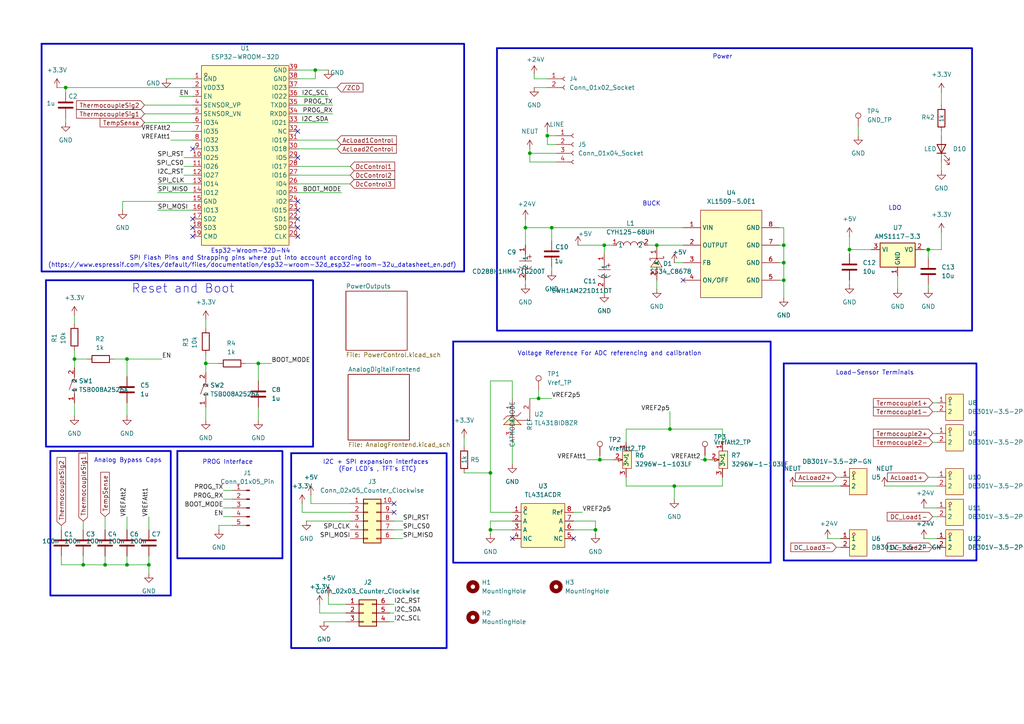
<source format=kicad_sch>
(kicad_sch (version 20250114) (generator "eeschema") (generator_version "9.0")
  (paper "A4")
  (rectangle (start 51.435 130.81) (end 81.915 161.925) (stroke (width 0.508)))
  (rectangle (start 144.145 13.97) (end 281.94 95.885) (stroke (width 0.508)))
  (rectangle (start 131.445 99.06) (end 223.52 163.195) (stroke (width 0.508)))
  (rectangle (start 13.335 81.28) (end 90.805 129.54) (stroke (width 0.508)))
  (rectangle (start 227.33 105.41) (end 283.21 162.56) (stroke (width 0.508)))
  (rectangle (start 84.455 131.445) (end 129.54 187.96) (stroke (width 0.508)))
  (rectangle (start 12.065 12.7) (end 134.62 78.74) (stroke (width 0.508)))
  (rectangle (start 14.605 130.81) (end 49.53 172.72) (stroke (width 0.508)))
  (text "Analog Bypass Caps" (at 37.084 133.604 0) (effects (font (size 1.27 1.27))))
  (text "Esp32-Wroom-32D-N4 \nSPI Flash Pins and Strapping pins where put into account according to \n(https://www.espressif.com/sites/default/files/documentation/esp32-wroom-32d_esp32-wroom-32u_datasheet_en.pdf)" (at 73.152 74.93 0) (effects (font (size 1.27 1.27))))
  (text "Power" (at 209.55 16.51 0) (effects (font (size 1.27 1.27))))
  (text "Voltage Reference For ADC referencing and calibration\n" (at 176.784 102.616 0) (effects (font (size 1.27 1.27))))
  (text "LDO" (at 259.588 60.452 0) (effects (font (size 1.27 1.27))))
  (text "Load-Sensor Terminals" (at 253.746 108.204 0) (effects (font (size 1.27 1.27))))
  (text "Reset and Boot" (at 53.086 83.82 0) (effects (font (size 2.54 2.54))))
  (text "BUCK\n" (at 188.976 59.182 0) (effects (font (size 1.27 1.27))))
  (text "I2C + SPI expansion interfaces \n(For LCD's , TFT's ETC)\n" (at 109.474 135.128 0) (effects (font (size 1.27 1.27))))
  (text "PROG Interface\n" (at 66.04 134.112 0) (effects (font (size 1.27 1.27))))
  (junction (at 204.47 133.35))
  (junction (at 30.48 163.83))
  (junction (at 43.18 163.83))
  (junction (at 246.38 72.39))
  (junction (at 152.4 66.04))
  (junction (at 156.21 115.57))
  (junction (at 227.33 76.2))
  (junction (at 24.13 163.83))
  (junction (at 19.05 25.4))
  (junction (at 227.33 81.28))
  (junction (at 269.24 72.39))
  (junction (at 227.33 71.12))
  (junction (at 190.5 71.12))
  (junction (at 36.83 163.83))
  (junction (at 175.26 71.12))
  (junction (at 195.58 140.97))
  (junction (at 142.24 137.16))
  (junction (at 21.59 104.14))
  (junction (at 91.44 20.32))
  (junction (at 59.69 105.41))
  (junction (at 74.93 105.41))
  (junction (at 153.67 44.45))
  (junction (at 36.83 104.14))
  (junction (at 158.75 39.37))
  (junction (at 142.24 153.67))
  (junction (at 173.99 133.35))
  (junction (at 172.72 153.67))
  (junction (at 160.02 66.04))
  (junction (at 194.31 124.46))
  (no_connect (at 114.3 146.05))
  (no_connect (at 86.36 38.1))
  (no_connect (at 86.36 66.04))
  (no_connect (at 148.59 156.21))
  (no_connect (at 198.12 81.28))
  (no_connect (at 55.88 68.58))
  (no_connect (at 55.88 66.04))
  (no_connect (at 55.88 63.5))
  (no_connect (at 86.36 63.5))
  (no_connect (at 55.88 43.18))
  (no_connect (at 86.36 68.58))
  (no_connect (at 166.37 156.21))
  (no_connect (at 86.36 58.42))
  (no_connect (at 86.36 45.72))
  (no_connect (at 114.3 148.59))
  (no_connect (at 86.36 60.96))
  (wire (pts (xy 86.36 33.02) (xy 96.52 33.02)))
  (wire (pts (xy 273.05 67.31) (xy 273.05 72.39)))
  (wire (pts (xy 260.35 80.01) (xy 260.35 83.82)))
  (wire (pts (xy 95.25 20.32) (xy 91.44 20.32)))
  (wire (pts (xy 158.75 41.91) (xy 161.29 41.91)))
  (wire (pts (xy 269.24 72.39) (xy 273.05 72.39)))
  (wire (pts (xy 55.88 22.86) (xy 48.26 22.86)))
  (wire (pts (xy 152.4 66.04) (xy 160.02 66.04)))
  (wire (pts (xy 148.59 151.13) (xy 142.24 151.13)))
  (wire (pts (xy 24.13 151.13) (xy 24.13 153.67)))
  (wire (pts (xy 63.5 153.67) (xy 63.5 152.4)))
  (wire (pts (xy 181.61 138.43) (xy 181.61 140.97)))
  (wire (pts (xy 152.4 66.04) (xy 152.4 71.12)))
  (wire (pts (xy 148.59 110.49) (xy 148.59 115.57)))
  (wire (pts (xy 142.24 137.16) (xy 142.24 110.49)))
  (wire (pts (xy 24.13 161.29) (xy 24.13 163.83)))
  (wire (pts (xy 226.06 76.2) (xy 227.33 76.2)))
  (wire (pts (xy 30.48 163.83) (xy 36.83 163.83)))
  (wire (pts (xy 160.02 66.04) (xy 198.12 66.04)))
  (wire (pts (xy 246.38 68.58) (xy 246.38 72.39)))
  (wire (pts (xy 59.69 105.41) (xy 63.5 105.41)))
  (wire (pts (xy 86.36 25.4) (xy 97.79 25.4)))
  (wire (pts (xy 204.47 133.35) (xy 205.74 133.35)))
  (wire (pts (xy 242.57 138.43) (xy 243.84 138.43)))
  (wire (pts (xy 170.18 133.35) (xy 173.99 133.35)))
  (wire (pts (xy 270.51 158.75) (xy 271.78 158.75)))
  (wire (pts (xy 209.55 124.46) (xy 209.55 128.27)))
  (wire (pts (xy 41.91 33.02) (xy 55.88 33.02)))
  (wire (pts (xy 114.3 153.67) (xy 116.84 153.67)))
  (wire (pts (xy 209.55 140.97) (xy 209.55 138.43)))
  (wire (pts (xy 273.05 46.99) (xy 273.05 49.53)))
  (wire (pts (xy 43.18 163.83) (xy 43.18 166.37)))
  (wire (pts (xy 195.58 76.2) (xy 198.12 76.2)))
  (wire (pts (xy 52.07 27.94) (xy 55.88 27.94)))
  (wire (pts (xy 113.03 180.34) (xy 114.3 180.34)))
  (wire (pts (xy 190.5 71.12) (xy 198.12 71.12)))
  (wire (pts (xy 64.77 142.24) (xy 67.31 142.24)))
  (wire (pts (xy 166.37 148.59) (xy 168.91 148.59)))
  (wire (pts (xy 227.33 86.36) (xy 227.33 81.28)))
  (wire (pts (xy 240.03 156.21) (xy 243.84 156.21)))
  (wire (pts (xy 64.77 147.32) (xy 67.31 147.32)))
  (wire (pts (xy 142.24 154.94) (xy 142.24 153.67)))
  (wire (pts (xy 194.31 124.46) (xy 209.55 124.46)))
  (wire (pts (xy 86.36 30.48) (xy 96.52 30.48)))
  (wire (pts (xy 134.62 127) (xy 134.62 129.54)))
  (wire (pts (xy 114.3 156.21) (xy 116.84 156.21)))
  (wire (pts (xy 134.62 137.16) (xy 142.24 137.16)))
  (wire (pts (xy 19.05 26.67) (xy 19.05 25.4)))
  (wire (pts (xy 95.25 175.26) (xy 100.33 175.26)))
  (wire (pts (xy 267.97 156.21) (xy 271.78 156.21)))
  (wire (pts (xy 242.57 158.75) (xy 243.84 158.75)))
  (wire (pts (xy 227.33 66.04) (xy 226.06 66.04)))
  (wire (pts (xy 45.72 55.88) (xy 55.88 55.88)))
  (wire (pts (xy 154.94 22.86) (xy 158.75 22.86)))
  (wire (pts (xy 86.36 55.88) (xy 99.06 55.88)))
  (wire (pts (xy 172.72 151.13) (xy 166.37 151.13)))
  (wire (pts (xy 227.33 71.12) (xy 227.33 66.04)))
  (wire (pts (xy 45.72 60.96) (xy 55.88 60.96)))
  (wire (pts (xy 19.05 25.4) (xy 55.88 25.4)))
  (wire (pts (xy 172.72 153.67) (xy 172.72 151.13)))
  (wire (pts (xy 114.3 151.13) (xy 116.84 151.13)))
  (wire (pts (xy 36.83 116.84) (xy 36.83 120.65)))
  (wire (pts (xy 148.59 128.27) (xy 148.59 134.62)))
  (wire (pts (xy 158.75 39.37) (xy 158.75 41.91)))
  (wire (pts (xy 92.71 177.8) (xy 100.33 177.8)))
  (wire (pts (xy 59.69 118.11) (xy 59.69 121.92)))
  (wire (pts (xy 86.36 43.18) (xy 97.79 43.18)))
  (wire (pts (xy 226.06 81.28) (xy 227.33 81.28)))
  (wire (pts (xy 86.36 27.94) (xy 95.25 27.94)))
  (wire (pts (xy 166.37 153.67) (xy 172.72 153.67)))
  (wire (pts (xy 59.69 105.41) (xy 59.69 107.95)))
  (wire (pts (xy 181.61 124.46) (xy 194.31 124.46)))
  (wire (pts (xy 49.53 40.64) (xy 55.88 40.64)))
  (wire (pts (xy 41.91 35.56) (xy 55.88 35.56)))
  (wire (pts (xy 45.72 53.34) (xy 55.88 53.34)))
  (wire (pts (xy 63.5 152.4) (xy 67.31 152.4)))
  (wire (pts (xy 160.02 77.47) (xy 160.02 78.74)))
  (wire (pts (xy 270.51 128.27) (xy 271.78 128.27)))
  (wire (pts (xy 269.24 82.55) (xy 269.24 83.82)))
  (wire (pts (xy 86.36 20.32) (xy 91.44 20.32)))
  (wire (pts (xy 36.83 104.14) (xy 46.99 104.14)))
  (wire (pts (xy 175.26 71.12) (xy 177.8 71.12)))
  (wire (pts (xy 181.61 128.27) (xy 181.61 124.46)))
  (wire (pts (xy 87.63 148.59) (xy 101.6 148.59)))
  (wire (pts (xy 21.59 116.84) (xy 21.59 120.65)))
  (wire (pts (xy 55.88 58.42) (xy 35.56 58.42)))
  (wire (pts (xy 91.44 20.32) (xy 91.44 22.86)))
  (wire (pts (xy 273.05 26.67) (xy 273.05 30.48)))
  (wire (pts (xy 156.21 113.03) (xy 156.21 115.57)))
  (wire (pts (xy 153.67 115.57) (xy 156.21 115.57)))
  (wire (pts (xy 203.2 133.35) (xy 204.47 133.35)))
  (wire (pts (xy 173.99 133.35) (xy 177.8 133.35)))
  (wire (pts (xy 53.34 48.26) (xy 55.88 48.26)))
  (wire (pts (xy 36.83 104.14) (xy 36.83 109.22)))
  (wire (pts (xy 226.06 71.12) (xy 227.33 71.12)))
  (wire (pts (xy 17.78 163.83) (xy 24.13 163.83)))
  (wire (pts (xy 90.17 143.51) (xy 90.17 146.05)))
  (wire (pts (xy 187.96 71.12) (xy 190.5 71.12)))
  (wire (pts (xy 153.67 43.18) (xy 153.67 44.45)))
  (wire (pts (xy 273.05 38.1) (xy 273.05 39.37)))
  (wire (pts (xy 36.83 149.86) (xy 36.83 153.67)))
  (wire (pts (xy 95.25 172.72) (xy 95.25 175.26)))
  (wire (pts (xy 53.34 45.72) (xy 55.88 45.72)))
  (wire (pts (xy 21.59 104.14) (xy 21.59 106.68)))
  (wire (pts (xy 194.31 119.38) (xy 194.31 124.46)))
  (wire (pts (xy 267.97 147.32) (xy 271.78 147.32)))
  (wire (pts (xy 113.03 175.26) (xy 114.3 175.26)))
  (wire (pts (xy 24.13 163.83) (xy 30.48 163.83)))
  (wire (pts (xy 36.83 161.29) (xy 36.83 163.83)))
  (wire (pts (xy 195.58 140.97) (xy 209.55 140.97)))
  (wire (pts (xy 269.24 74.93) (xy 269.24 72.39)))
  (wire (pts (xy 248.92 36.83) (xy 248.92 39.37)))
  (wire (pts (xy 49.53 38.1) (xy 55.88 38.1)))
  (wire (pts (xy 181.61 140.97) (xy 195.58 140.97)))
  (wire (pts (xy 74.93 105.41) (xy 78.74 105.41)))
  (wire (pts (xy 113.03 177.8) (xy 114.3 177.8)))
  (wire (pts (xy 86.36 50.8) (xy 101.6 50.8)))
  (wire (pts (xy 190.5 81.28) (xy 190.5 83.82)))
  (wire (pts (xy 59.69 102.87) (xy 59.69 105.41)))
  (wire (pts (xy 43.18 149.86) (xy 43.18 153.67)))
  (wire (pts (xy 195.58 144.78) (xy 195.58 140.97)))
  (wire (pts (xy 246.38 81.28) (xy 246.38 82.55)))
  (wire (pts (xy 16.51 25.4) (xy 19.05 25.4)))
  (wire (pts (xy 154.94 25.4) (xy 158.75 25.4)))
  (wire (pts (xy 152.4 63.5) (xy 152.4 66.04)))
  (wire (pts (xy 17.78 161.29) (xy 17.78 163.83)))
  (wire (pts (xy 227.33 81.28) (xy 227.33 76.2)))
  (wire (pts (xy 269.24 138.43) (xy 271.78 138.43)))
  (wire (pts (xy 167.64 71.12) (xy 175.26 71.12)))
  (wire (pts (xy 86.36 40.64) (xy 97.79 40.64)))
  (wire (pts (xy 270.51 116.84) (xy 271.78 116.84)))
  (wire (pts (xy 256.54 140.97) (xy 271.78 140.97)))
  (wire (pts (xy 74.93 118.11) (xy 74.93 121.92)))
  (wire (pts (xy 142.24 151.13) (xy 142.24 153.67)))
  (wire (pts (xy 142.24 110.49) (xy 148.59 110.49)))
  (wire (pts (xy 160.02 66.04) (xy 160.02 69.85)))
  (wire (pts (xy 158.75 38.1) (xy 158.75 39.37)))
  (wire (pts (xy 152.4 81.28) (xy 152.4 82.55)))
  (wire (pts (xy 87.63 146.05) (xy 87.63 148.59)))
  (wire (pts (xy 86.36 35.56) (xy 95.25 35.56)))
  (wire (pts (xy 88.9 151.13) (xy 101.6 151.13)))
  (wire (pts (xy 204.47 133.35) (xy 204.47 132.08)))
  (wire (pts (xy 154.94 21.59) (xy 154.94 22.86)))
  (wire (pts (xy 43.18 163.83) (xy 43.18 161.29)))
  (wire (pts (xy 21.59 101.6) (xy 21.59 104.14)))
  (wire (pts (xy 270.51 149.86) (xy 271.78 149.86)))
  (wire (pts (xy 86.36 48.26) (xy 101.6 48.26)))
  (wire (pts (xy 64.77 144.78) (xy 67.31 144.78)))
  (wire (pts (xy 142.24 148.59) (xy 148.59 148.59)))
  (wire (pts (xy 64.77 149.86) (xy 67.31 149.86)))
  (wire (pts (xy 71.12 105.41) (xy 74.93 105.41)))
  (wire (pts (xy 33.02 104.14) (xy 36.83 104.14)))
  (wire (pts (xy 19.05 34.29) (xy 19.05 35.56)))
  (wire (pts (xy 17.78 152.4) (xy 17.78 153.67)))
  (wire (pts (xy 153.67 44.45) (xy 153.67 46.99)))
  (wire (pts (xy 269.24 72.39) (xy 267.97 72.39)))
  (wire (pts (xy 30.48 149.86) (xy 30.48 153.67)))
  (wire (pts (xy 246.38 72.39) (xy 246.38 73.66)))
  (wire (pts (xy 156.21 115.57) (xy 160.02 115.57)))
  (wire (pts (xy 142.24 137.16) (xy 142.24 148.59)))
  (wire (pts (xy 74.93 105.41) (xy 74.93 110.49)))
  (wire (pts (xy 91.44 22.86) (xy 86.36 22.86)))
  (wire (pts (xy 227.33 76.2) (xy 227.33 71.12)))
  (wire (pts (xy 93.98 180.34) (xy 100.33 180.34)))
  (wire (pts (xy 35.56 58.42) (xy 35.56 60.96)))
  (wire (pts (xy 270.51 119.38) (xy 271.78 119.38)))
  (wire (pts (xy 158.75 39.37) (xy 161.29 39.37)))
  (wire (pts (xy 53.34 50.8) (xy 55.88 50.8)))
  (wire (pts (xy 172.72 154.94) (xy 172.72 153.67)))
  (wire (pts (xy 175.26 71.12) (xy 175.26 73.66)))
  (wire (pts (xy 153.67 46.99) (xy 161.29 46.99)))
  (wire (pts (xy 90.17 146.05) (xy 101.6 146.05)))
  (wire (pts (xy 153.67 44.45) (xy 161.29 44.45)))
  (wire (pts (xy 86.36 53.34) (xy 101.6 53.34)))
  (wire (pts (xy 173.99 132.08) (xy 173.99 133.35)))
  (wire (pts (xy 21.59 91.44) (xy 21.59 93.98)))
  (wire (pts (xy 21.59 104.14) (xy 25.4 104.14)))
  (wire (pts (xy 59.69 92.71) (xy 59.69 95.25)))
  (wire (pts (xy 30.48 161.29) (xy 30.48 163.83)))
  (wire (pts (xy 175.26 83.82) (xy 175.26 85.09)))
  (wire (pts (xy 92.71 175.26) (xy 92.71 177.8)))
  (wire (pts (xy 229.87 140.97) (xy 243.84 140.97)))
  (wire (pts (xy 270.51 125.73) (xy 271.78 125.73)))
  (wire (pts (xy 142.24 153.67) (xy 148.59 153.67)))
  (wire (pts (xy 36.83 163.83) (xy 43.18 163.83)))
  (wire (pts (xy 41.91 30.48) (xy 55.88 30.48)))
  (wire (pts (xy 246.38 72.39) (xy 252.73 72.39)))
  (label "VREFAtt2" (at 49.53 38.1 180))
  (label "I2C_SDA" (at 114.3 177.8 0))
  (label "PROG_RX" (at 64.77 144.78 180))
  (label "SPI_RST" (at 53.34 45.72 180))
  (label "SPI_RST" (at 116.84 151.13 0))
  (label "I2C_SCL" (at 95.25 27.94 180))
  (label "SPI_CS0" (at 53.34 48.26 180))
  (label "VREF2p5" (at 194.31 119.38 180))
  (label "SPI_MISO" (at 45.72 55.88 0))
  (label "EN" (at 46.99 104.14 0))
  (label "VREFAtt1" (at 170.18 133.35 180))
  (label "SPI_MISO" (at 116.84 156.21 0))
  (label "SPI_CS0" (at 116.84 153.67 0))
  (label "PROG_RX" (at 96.52 33.02 180))
  (label "BOOT_MODE" (at 64.77 147.32 180))
  (label "VREFAtt1" (at 49.53 40.64 180))
  (label "I2C_SCL" (at 114.3 180.34 0))
  (label "BOOT_MODE" (at 78.74 105.41 0))
  (label "VREFAtt1" (at 43.18 149.86 90))
  (label "I2C_RST" (at 114.3 175.26 0))
  (label "EN" (at 64.77 149.86 180))
  (label "PROG_TX" (at 64.77 142.24 180))
  (label "EN" (at 52.07 27.94 0))
  (label "VREF2p5" (at 168.91 148.59 0))
  (label "SPI_CLK" (at 101.6 153.67 180))
  (label "SPI_CLK" (at 45.72 53.34 0))
  (label "PROG_TX" (at 96.52 30.48 180))
  (label "BOOT_MODE" (at 99.06 55.88 180))
  (label "SPI_MOSI" (at 45.72 60.96 0))
  (label "I2C_RST" (at 53.34 50.8 180))
  (label "SPI_MOSI" (at 101.6 156.21 180))
  (label "I2C_SDA" (at 95.25 35.56 180))
  (label "VREF2p5" (at 160.02 115.57 0))
  (label "VREFAtt2" (at 203.2 133.35 180))
  (label "VREFAtt2" (at 36.83 149.86 90))
  (global_label "DC_Load2-" (shape input) (at 270.51 158.75 180) (property "Intersheetrefs" "${INTERSHEET_REFS}" (effects (hide yes))))
  (global_label "AcLoad2Control" (shape input) (at 97.79 43.18 0) (property "Intersheetrefs" "${INTERSHEET_REFS}" (effects (hide yes))))
  (global_label "DcControl1" (shape input) (at 101.6 48.26 0) (property "Intersheetrefs" "${INTERSHEET_REFS}" (effects (hide yes))))
  (global_label "Termocouple1-" (shape input) (at 270.51 119.38 180) (property "Intersheetrefs" "${INTERSHEET_REFS}" (effects (hide yes))))
  (global_label "DC_Load3-" (shape input) (at 242.57 158.75 180) (property "Intersheetrefs" "${INTERSHEET_REFS}" (effects (hide yes))))
  (global_label "ThermocoupleSig2" (shape input) (at 41.91 30.48 180) (property "Intersheetrefs" "${INTERSHEET_REFS}" (effects (hide yes))))
  (global_label "Termocouple1+" (shape input) (at 270.51 116.84 180) (property "Intersheetrefs" "${INTERSHEET_REFS}" (effects (hide yes))))
  (global_label "DC_Load1-" (shape input) (at 270.51 149.86 180) (property "Intersheetrefs" "${INTERSHEET_REFS}" (effects (hide yes))))
  (global_label "Termocouple2+" (shape input) (at 270.51 125.73 180) (property "Intersheetrefs" "${INTERSHEET_REFS}" (effects (hide yes))))
  (global_label "ThermocoupleSig1" (shape input) (at 24.13 151.13 90) (property "Intersheetrefs" "${INTERSHEET_REFS}" (effects (hide yes))))
  (global_label "TempSense" (shape input) (at 30.48 149.86 90) (property "Intersheetrefs" "${INTERSHEET_REFS}" (effects (hide yes))))
  (global_label "AcLoad1+" (shape input) (at 269.24 138.43 180) (property "Intersheetrefs" "${INTERSHEET_REFS}" (effects (hide yes))))
  (global_label "DcControl2" (shape input) (at 101.6 50.8 0) (property "Intersheetrefs" "${INTERSHEET_REFS}" (effects (hide yes))))
  (global_label "ThermocoupleSig1" (shape input) (at 41.91 33.02 180) (property "Intersheetrefs" "${INTERSHEET_REFS}" (effects (hide yes))))
  (global_label "AcLoad1Control" (shape input) (at 97.79 40.64 0) (property "Intersheetrefs" "${INTERSHEET_REFS}" (effects (hide yes))))
  (global_label "DcControl3" (shape input) (at 101.6 53.34 0) (property "Intersheetrefs" "${INTERSHEET_REFS}" (effects (hide yes))))
  (global_label "Termocouple2-" (shape input) (at 270.51 128.27 180) (property "Intersheetrefs" "${INTERSHEET_REFS}" (effects (hide yes))))
  (global_label "AcLoad2+" (shape input) (at 242.57 138.43 180) (property "Intersheetrefs" "${INTERSHEET_REFS}" (effects (hide yes))))
  (global_label "ThermocoupleSig2" (shape input) (at 17.78 152.4 90) (property "Intersheetrefs" "${INTERSHEET_REFS}" (effects (hide yes))))
  (global_label "{slash}ZCD" (shape input) (at 97.79 25.4 0) (property "Intersheetrefs" "${INTERSHEET_REFS}" (effects (hide yes))))
  (global_label "TempSense" (shape input) (at 41.91 35.56 180) (property "Intersheetrefs" "${INTERSHEET_REFS}" (effects (hide yes))))
  (symbol (lib_id "Connector_Generic:Conn_02x03_Counter_Clockwise") (at 105.41 177.8 0) (unit 1)
    (property "Reference" "J2" (at 106.68 168.91 0))
    (property "Value" "Conn_02x03_Counter_Clockwise" (at 106.68 171.45 0))
    (property "Footprint" "Connector_IDC:IDC-Header_2x03_P2.54mm_Vertical" (effects (hide yes)))
    (property "Description" "Generic connector, double row, 02x03, counter clockwise pin numbering scheme (similar to DIP package numbering), script generated (kicad-library-utils/schlib/autogen/connector/)" (effects (hide yes)))
  )
  (symbol (lib_id "power:+3.3V") (at 87.63 146.05 0) (unit 1)
    (property "Reference" "#PWR013" (effects (hide yes)))
    (property "Value" "+3.3V" (at 87.63 140.97 0))
    (property "Description" "Power symbol creates a global label with name \"+3.3V\"" (effects (hide yes)))
  )
  (symbol (lib_id "Device:C") (at 36.83 113.03 0) (unit 1)
    (property "Reference" "C5" (at 40.64 111.7599 0) (effects (justify left)))
    (property "Value" "1u" (at 40.64 114.2999 0) (effects (justify left)))
    (property "Footprint" "Capacitor_SMD:C_1206_3216Metric_Pad1.33x1.80mm_HandSolder" (effects (hide yes)))
    (property "Description" "Unpolarized capacitor" (effects (hide yes)))
  )
  (symbol (lib_id "power:+5V") (at 90.17 143.51 0) (unit 1)
    (property "Reference" "#PWR015" (effects (hide yes)))
    (property "Value" "+5V" (at 90.17 138.43 0))
    (property "Description" "Power symbol creates a global label with name \"+5V\"" (effects (hide yes)))
  )
  (symbol (lib_id "power:GND") (at 63.5 153.67 0) (unit 1)
    (property "Reference" "#PWR011" (effects (hide yes)))
    (property "Value" "GND" (at 63.5 158.75 0))
    (property "Description" "Power symbol creates a global label with name \"GND\" , ground" (effects (hide yes)))
  )
  (symbol (lib_id "Device:R") (at 134.62 133.35 0) (mirror y) (unit 1)
    (property "Reference" "R5" (at 136.398 133.35 0) (effects (justify right)))
    (property "Value" "1k" (at 134.62 132.08 90) (effects (justify right)))
    (property "Footprint" "Resistor_SMD:R_1206_3216Metric_Pad1.30x1.75mm_HandSolder" (effects (hide yes)))
    (property "Description" "Resistor" (effects (hide yes)))
  )
  (symbol (lib_id "EasyEDA:TSB008A2526A") (at 59.69 113.03 90) (unit 1)
    (property "Reference" "SW2" (at 60.96 111.7599 90) (effects (justify right)))
    (property "Value" "TSB008A2526A" (at 60.96 114.2999 90) (effects (justify right)))
    (property "Footprint" "EasyEDA:SW-SMD_L6.0-W3.5-LS8.0" (effects (hide yes)))
    (property "LCSC Part" "C2888456" (effects (hide yes)))
  )
  (symbol (lib_id "EasyEDA:TSB008A2526A") (at 21.59 111.76 90) (unit 1)
    (property "Reference" "SW1" (at 22.86 110.4899 90) (effects (justify right)))
    (property "Value" "TSB008A2526A" (at 22.86 113.0299 90) (effects (justify right)))
    (property "Footprint" "EasyEDA:SW-SMD_L6.0-W3.5-LS8.0" (effects (hide yes)))
    (property "LCSC Part" "C2888456" (effects (hide yes)))
  )
  (symbol (lib_id "Connector:Conn_01x02_Socket") (at 163.83 22.86 0) (unit 1)
    (property "Reference" "J4" (at 165.1 22.8599 0) (effects (justify left)))
    (property "Value" "Conn_01x02_Socket" (at 165.1 25.3999 0) (effects (justify left)))
    (property "Footprint" "Connector_Wire:SolderWire-0.5sqmm_1x02_P4.6mm_D0.9mm_OD2.1mm" (effects (hide yes)))
    (property "Description" "Generic connector, single row, 01x02, script generated" (effects (hide yes)))
  )
  (symbol (lib_id "Mechanical:MountingHole") (at 161.29 170.18 0) (unit 1) (exclude_from_sim yes) (in_bom no)
    (property "Reference" "H3" (at 163.83 168.9099 0) (effects (justify left)))
    (property "Value" "MountingHole" (at 163.83 171.4499 0) (effects (justify left)))
    (property "Footprint" "MountingHole:MountingHole_3.2mm_M3_Pad_Via" (effects (hide yes)))
    (property "Description" "Mounting Hole without connection" (effects (hide yes)))
  )
  (symbol (lib_id "power:+5V") (at 195.58 76.2 0) (unit 1)
    (property "Reference" "#PWR034" (effects (hide yes)))
    (property "Value" "+5V" (at 197.104 73.152 0))
    (property "Description" "Power symbol creates a global label with name \"+5V\"" (effects (hide yes)))
  )
  (symbol (lib_id "power:GND") (at 74.93 121.92 0) (unit 1)
    (property "Reference" "#PWR012" (effects (hide yes)))
    (property "Value" "GND" (at 74.93 127 0))
    (property "Description" "Power symbol creates a global label with name \"GND\" , ground" (effects (hide yes)))
  )
  (symbol (lib_id "power:GND") (at 190.5 83.82 0) (unit 1)
    (property "Reference" "#PWR033" (effects (hide yes)))
    (property "Value" "GND" (at 190.5 88.9 0))
    (property "Description" "Power symbol creates a global label with name \"GND\" , ground" (effects (hide yes)))
  )
  (symbol (lib_id "power:GND") (at 142.24 154.94 0) (unit 1)
    (property "Reference" "#PWR021" (effects (hide yes)))
    (property "Value" "GND" (at 142.24 160.02 0))
    (property "Description" "Power symbol creates a global label with name \"GND\" , ground" (effects (hide yes)))
  )
  (symbol (lib_id "power:+5V") (at 95.25 172.72 0) (unit 1)
    (property "Reference" "#PWR019" (effects (hide yes)))
    (property "Value" "+5V" (at 95.25 167.64 0))
    (property "Description" "Power symbol creates a global label with name \"+5V\"" (effects (hide yes)))
  )
  (symbol (lib_id "EasyEDA:3296W-1-103LF") (at 208.28 133.35 0) (unit 1)
    (property "Reference" "R7" (at 212.09 132.0799 0) (effects (justify left)))
    (property "Value" "3296W-1-103LF" (at 212.09 134.6199 0) (effects (justify left)))
    (property "Footprint" "EasyEDA:RES-ADJ-TH_3296W" (effects (hide yes)))
    (property "Datasheet" "https://lcsc.com/product-detail/Precision-Potentiometer_BOURNS_3296W-1-103LF_10KR_C34846.html" (effects (hide yes)))
    (property "LCSC Part" "C34846" (effects (hide yes)))
  )
  (symbol (lib_id "power:GND") (at 148.59 134.62 0) (unit 1)
    (property "Reference" "#PWR022" (effects (hide yes)))
    (property "Value" "GND" (at 148.59 139.7 0))
    (property "Description" "Power symbol creates a global label with name \"GND\" , ground" (effects (hide yes)))
  )
  (symbol (lib_id "power:GND") (at 195.58 144.78 0) (unit 1)
    (property "Reference" "#PWR035" (effects (hide yes)))
    (property "Value" "GND" (at 195.58 149.86 0))
    (property "Description" "Power symbol creates a global label with name \"GND\" , ground" (effects (hide yes)))
  )
  (symbol (lib_id "power:GND") (at 175.26 85.09 0) (unit 1)
    (property "Reference" "#PWR032" (effects (hide yes)))
    (property "Value" "GND" (at 175.26 90.17 0))
    (property "Description" "Power symbol creates a global label with name \"GND\" , ground" (effects (hide yes)))
  )
  (symbol (lib_id "power:GND") (at 260.35 83.82 0) (unit 1)
    (property "Reference" "#PWR043" (effects (hide yes)))
    (property "Value" "GND" (at 260.35 88.9 0))
    (property "Description" "Power symbol creates a global label with name \"GND\" , ground" (effects (hide yes)))
  )
  (symbol (lib_id "power:GND") (at 48.26 22.86 0) (unit 1)
    (property "Reference" "#PWR08" (effects (hide yes)))
    (property "Value" "GND" (at 44.45 24.13 0))
    (property "Description" "Power symbol creates a global label with name \"GND\" , ground" (effects (hide yes)))
  )
  (symbol (lib_id "power:LINE") (at 158.75 38.1 0) (mirror y) (unit 1)
    (property "Reference" "#PWR028" (effects (hide yes)))
    (property "Value" "LINE" (at 161.544 36.068 0))
    (property "Description" "Power symbol creates a global label with name \"LINE\"" (effects (hide yes)))
  )
  (symbol (lib_id "power:GND") (at 172.72 154.94 0) (unit 1)
    (property "Reference" "#PWR031" (effects (hide yes)))
    (property "Value" "GND" (at 172.72 160.02 0))
    (property "Description" "Power symbol creates a global label with name \"GND\" , ground" (effects (hide yes)))
  )
  (symbol (lib_id "power:+5V") (at 246.38 68.58 0) (unit 1)
    (property "Reference" "#PWR039" (effects (hide yes)))
    (property "Value" "+5V" (at 246.38 63.5 0))
    (property "Description" "Power symbol creates a global label with name \"+5V\"" (effects (hide yes)))
  )
  (symbol (lib_id "power:+5V") (at 167.64 71.12 0) (unit 1)
    (property "Reference" "#PWR030" (effects (hide yes)))
    (property "Value" "+5V" (at 169.672 67.818 0))
    (property "Description" "Power symbol creates a global label with name \"+5V\"" (effects (hide yes)))
  )
  (symbol (lib_id "Device:LED") (at 273.05 43.18 90) (unit 1)
    (property "Reference" "D10" (at 276.352 43.18 90) (effects (justify right)))
    (property "Value" "LED" (at 267.97 43.18 90) (effects (justify right)))
    (property "Footprint" "LED_SMD:LED_1206_3216Metric_Pad1.42x1.75mm_HandSolder" (effects (hide yes)))
    (property "Description" "Light emitting diode" (effects (hide yes)))
    (property "Sim.Pins" "1=K 2=A" (effects (hide yes)))
  )
  (symbol (lib_id "power:+12V") (at 267.97 156.21 0) (unit 1)
    (property "Reference" "#PWR045" (effects (hide yes)))
    (property "Value" "+24V" (at 265.684 151.892 0) (effects (justify left)))
    (property "Description" "Power symbol creates a global label with name \"+12V\"" (effects (hide yes)))
  )
  (symbol (lib_id "power:GND") (at 246.38 82.55 0) (unit 1)
    (property "Reference" "#PWR040" (effects (hide yes)))
    (property "Value" "GND" (at 246.38 87.63 0))
    (property "Description" "Power symbol creates a global label with name \"GND\" , ground" (effects (hide yes)))
  )
  (symbol (lib_id "EasyEDA:XL1509-5.0E1") (at 212.09 73.66 0) (unit 1)
    (property "Reference" "U4" (at 212.09 55.88 0))
    (property "Value" "XL1509-5.0E1" (at 212.09 58.42 0))
    (property "Footprint" "EasyEDA:SOIC-8_L5.0-W4.0-P1.27-LS6.0-BL" (effects (hide yes)))
    (property "Datasheet" "https://lcsc.com/product-detail/DC-DC-Converters_XL1509-5-0E1_C61063.html" (effects (hide yes)))
    (property "LCSC Part" "C61063" (effects (hide yes)))
  )
  (symbol (lib_id "EasyEDA:ESP32-WROOM-32D") (at 71.12 45.72 0) (unit 1)
    (property "Reference" "U1" (at 71.12 13.97 0))
    (property "Value" "ESP32-WROOM-32D" (at 71.12 16.51 0))
    (property "Footprint" "EasyEDA:WIFIM-SMD_39P-L25.5-W18.0-P1.27-BL" (effects (hide yes)))
    (property "LCSC Part" "C473012" (effects (hide yes)))
  )
  (symbol (lib_id "EasyEDA:DB301V-3.5-2P-GN") (at 276.86 118.11 0) (unit 1)
    (property "Reference" "U8" (at 280.67 116.8399 0) (effects (justify left)))
    (property "Value" "DB301V-3.5-2P-GN" (at 280.67 119.3799 0) (effects (justify left)))
    (property "Footprint" "EasyEDA:CONN-TH_DB301V-3.5-2P-GN" (effects (hide yes)))
    (property "Datasheet" "https://lcsc.com/product-detail/Wire-To-Board-Wire-To-Wire-Connector_DIBO-DB301V-3-5-2P-GN_C695629.html" (effects (hide yes)))
    (property "LCSC Part" "C695629" (effects (hide yes)))
  )
  (symbol (lib_id "Device:R") (at 29.21 104.14 90) (unit 1)
    (property "Reference" "R2" (at 28.956 98.298 90))
    (property "Value" "1k" (at 28.956 100.838 90))
    (property "Footprint" "Resistor_SMD:R_1206_3216Metric_Pad1.30x1.75mm_HandSolder" (effects (hide yes)))
    (property "Description" "Resistor" (effects (hide yes)))
  )
  (symbol (lib_id "power:GND") (at 21.59 120.65 0) (unit 1)
    (property "Reference" "#PWR04" (effects (hide yes)))
    (property "Value" "GND" (at 21.59 125.73 0))
    (property "Description" "Power symbol creates a global label with name \"GND\" , ground" (effects (hide yes)))
  )
  (symbol (lib_id "EasyEDA:3296W-1-103LF") (at 180.34 133.35 0) (unit 1)
    (property "Reference" "R6" (at 184.15 132.0799 0) (effects (justify left)))
    (property "Value" "3296W-1-103LF" (at 184.15 134.6199 0) (effects (justify left)))
    (property "Footprint" "EasyEDA:RES-ADJ-TH_3296W" (effects (hide yes)))
    (property "Datasheet" "https://lcsc.com/product-detail/Precision-Potentiometer_BOURNS_3296W-1-103LF_10KR_C34846.html" (effects (hide yes)))
    (property "LCSC Part" "C34846" (effects (hide yes)))
  )
  (symbol (lib_id "power:GND") (at 248.92 39.37 0) (unit 1)
    (property "Reference" "#PWR041" (effects (hide yes)))
    (property "Value" "GND" (at 248.92 44.45 0))
    (property "Description" "Power symbol creates a global label with name \"GND\" , ground" (effects (hide yes)))
  )
  (symbol (lib_id "Connector:Conn_01x05_Pin") (at 72.39 147.32 0) (mirror y) (unit 1)
    (property "Reference" "J1" (at 71.755 137.16 0))
    (property "Value" "Conn_01x05_Pin" (at 71.755 139.7 0))
    (property "Footprint" "Connector_PinHeader_2.54mm:PinHeader_1x05_P2.54mm_Vertical" (effects (hide yes)))
    (property "Description" "Generic connector, single row, 01x05, script generated" (effects (hide yes)))
  )
  (symbol (lib_id "power:+12V") (at 154.94 21.59 0) (unit 1)
    (property "Reference" "#PWR026" (effects (hide yes)))
    (property "Value" "+24V" (at 152.654 17.272 0) (effects (justify left)))
    (property "Description" "Power symbol creates a global label with name \"+12V\"" (effects (hide yes)))
  )
  (symbol (lib_id "Regulator_Linear:AMS1117-3.3") (at 260.35 72.39 0) (unit 1)
    (property "Reference" "U7" (at 260.35 66.04 0))
    (property "Value" "AMS1117-3.3" (at 260.35 68.58 0))
    (property "Footprint" "Package_TO_SOT_SMD:SOT-223-3_TabPin2" (effects (hide yes)))
    (property "Datasheet" "http://www.advanced-monolithic.com/pdf/ds1117.pdf" (effects (hide yes)))
    (property "Description" "1A Low Dropout regulator, positive, 3.3V fixed output, SOT-223" (effects (hide yes)))
  )
  (symbol (lib_id "power:+12V") (at 267.97 147.32 0) (unit 1)
    (property "Reference" "#PWR044" (effects (hide yes)))
    (property "Value" "+24V" (at 265.684 143.002 0) (effects (justify left)))
    (property "Description" "Power symbol creates a global label with name \"+12V\"" (effects (hide yes)))
  )
  (symbol (lib_id "Device:C") (at 269.24 78.74 0) (unit 1)
    (property "Reference" "C13" (at 273.05 77.4699 0) (effects (justify left)))
    (property "Value" "10u" (at 273.05 80.0099 0) (effects (justify left)))
    (property "Footprint" "Capacitor_SMD:C_1206_3216Metric_Pad1.33x1.80mm_HandSolder" (effects (hide yes)))
    (property "Description" "Unpolarized capacitor" (effects (hide yes)))
  )
  (symbol (lib_id "Connector:Conn_01x04_Socket") (at 166.37 41.91 0) (unit 1)
    (property "Reference" "J5" (at 167.64 41.9099 0) (effects (justify left)))
    (property "Value" "Conn_01x04_Socket" (at 167.64 44.4499 0) (effects (justify left)))
    (property "Footprint" "Connector_Wire:SolderWire-0.5sqmm_1x04_P4.6mm_D0.9mm_OD2.1mm" (effects (hide yes)))
    (property "Description" "Generic connector, single row, 01x04, script generated" (effects (hide yes)))
  )
  (symbol (lib_id "Connector_Generic:Conn_02x05_Counter_Clockwise") (at 106.68 151.13 0) (unit 1)
    (property "Reference" "J3" (at 107.95 139.7 0))
    (property "Value" "Conn_02x05_Counter_Clockwise" (at 107.95 142.24 0))
    (property "Footprint" "Connector_IDC:IDC-Header_2x05_P2.54mm_Vertical" (effects (hide yes)))
    (property "Description" "Generic connector, double row, 02x05, counter clockwise pin numbering scheme (similar to DIP package numbering), script generated (kicad-library-utils/schlib/autogen/connector/)" (effects (hide yes)))
  )
  (symbol (lib_id "power:GND") (at 227.33 86.36 0) (unit 1)
    (property "Reference" "#PWR036" (effects (hide yes)))
    (property "Value" "GND" (at 227.33 91.44 0))
    (property "Description" "Power symbol creates a global label with name \"GND\" , ground" (effects (hide yes)))
  )
  (symbol (lib_id "Mechanical:MountingHole") (at 137.16 179.07 0) (unit 1) (exclude_from_sim yes) (in_bom no)
    (property "Reference" "H2" (at 139.7 177.7999 0) (effects (justify left)))
    (property "Value" "MountingHole" (at 139.7 180.3399 0) (effects (justify left)))
    (property "Footprint" "MountingHole:MountingHole_3.2mm_M3_Pad_Via" (effects (hide yes)))
    (property "Description" "Mounting Hole without connection" (effects (hide yes)))
  )
  (symbol (lib_id "Device:R") (at 59.69 99.06 180) (unit 1)
    (property "Reference" "R3" (at 53.848 99.314 90))
    (property "Value" "10k" (at 56.388 99.314 90))
    (property "Footprint" "Resistor_SMD:R_1206_3216Metric_Pad1.30x1.75mm_HandSolder" (effects (hide yes)))
    (property "Description" "Resistor" (effects (hide yes)))
  )
  (symbol (lib_id "power:+3.3V") (at 16.51 25.4 0) (unit 1)
    (property "Reference" "#PWR01" (effects (hide yes)))
    (property "Value" "+3.3V" (at 16.51 20.32 0))
    (property "Description" "Power symbol creates a global label with name \"+3.3V\"" (effects (hide yes)))
  )
  (symbol (lib_id "power:+12V") (at 240.03 156.21 0) (unit 1)
    (property "Reference" "#PWR038" (effects (hide yes)))
    (property "Value" "+24V" (at 237.744 151.892 0) (effects (justify left)))
    (property "Description" "Power symbol creates a global label with name \"+12V\"" (effects (hide yes)))
  )
  (symbol (lib_id "Device:R") (at 21.59 97.79 180) (unit 1)
    (property "Reference" "R1" (at 15.748 98.044 90))
    (property "Value" "10k" (at 18.288 98.044 90))
    (property "Footprint" "Resistor_SMD:R_1206_3216Metric_Pad1.30x1.75mm_HandSolder" (effects (hide yes)))
    (property "Description" "Resistor" (effects (hide yes)))
  )
  (symbol (lib_id "Device:C") (at 160.02 73.66 0) (unit 1)
    (property "Reference" "C10" (at 161.036 71.628 0) (effects (justify left)))
    (property "Value" "1u" (at 160.782 75.692 0) (effects (justify left)))
    (property "Footprint" "Capacitor_SMD:C_1206_3216Metric_Pad1.33x1.80mm_HandSolder" (effects (hide yes)))
    (property "Description" "Unpolarized capacitor" (effects (hide yes)))
  )
  (symbol (lib_id "power:GND") (at 154.94 25.4 0) (unit 1)
    (property "Reference" "#PWR027" (effects (hide yes)))
    (property "Value" "GND" (at 154.94 30.48 0))
    (property "Description" "Power symbol creates a global label with name \"GND\" , ground" (effects (hide yes)))
  )
  (symbol (lib_id "power:GND") (at 43.18 166.37 0) (unit 1)
    (property "Reference" "#PWR07" (effects (hide yes)))
    (property "Value" "GND" (at 43.18 171.45 0))
    (property "Description" "Power symbol creates a global label with name \"GND\" , ground" (effects (hide yes)))
  )
  (symbol (lib_id "Device:C") (at 19.05 30.48 0) (unit 1)
    (property "Reference" "C2" (at 19.812 27.94 0) (effects (justify left)))
    (property "Value" "1u" (at 13.462 29.972 0) (effects (justify left)))
    (property "Footprint" "Capacitor_SMD:C_1206_3216Metric_Pad1.33x1.80mm_HandSolder" (effects (hide yes)))
    (property "Description" "Unpolarized capacitor" (effects (hide yes)))
  )
  (symbol (lib_id "Device:C") (at 74.93 114.3 0) (unit 1)
    (property "Reference" "C8" (at 78.74 113.0299 0) (effects (justify left)))
    (property "Value" "1u" (at 78.74 115.5699 0) (effects (justify left)))
    (property "Footprint" "Capacitor_SMD:C_1206_3216Metric_Pad1.33x1.80mm_HandSolder" (effects (hide yes)))
    (property "Description" "Unpolarized capacitor" (effects (hide yes)))
  )
  (symbol (lib_id "power:GND") (at 269.24 83.82 0) (unit 1)
    (property "Reference" "#PWR046" (effects (hide yes)))
    (property "Value" "GND" (at 269.24 88.9 0))
    (property "Description" "Power symbol creates a global label with name \"GND\" , ground" (effects (hide yes)))
  )
  (symbol (lib_id "Device:C") (at 43.18 157.48 0) (unit 1)
    (property "Reference" "C7" (at 43.942 154.94 0) (effects (justify left)))
    (property "Value" "100n" (at 37.592 156.972 0) (effects (justify left)))
    (property "Footprint" "Capacitor_SMD:C_1206_3216Metric_Pad1.33x1.80mm_HandSolder" (effects (hide yes)))
    (property "Description" "Unpolarized capacitor" (effects (hide yes)))
  )
  (symbol (lib_id "Connector:TestPoint") (at 156.21 113.03 0) (unit 1)
    (property "Reference" "TP1" (at 158.75 108.4579 0) (effects (justify left)))
    (property "Value" "Vref_TP" (at 158.75 110.9979 0) (effects (justify left)))
    (property "Footprint" "TestPoint:TestPoint_THTPad_2.0x2.0mm_Drill1.0mm" (effects (hide yes)))
    (property "Description" "test point" (effects (hide yes)))
  )
  (symbol (lib_id "EasyEDA:DB301V-3.5-2P-GN") (at 276.86 157.48 0) (unit 1)
    (property "Reference" "U12" (at 280.67 156.2099 0) (effects (justify left)))
    (property "Value" "DB301V-3.5-2P-GN" (at 280.67 158.7499 0) (effects (justify left)))
    (property "Footprint" "EasyEDA:CONN-TH_DB301V-3.5-2P-GN" (effects (hide yes)))
    (property "Datasheet" "https://lcsc.com/product-detail/Wire-To-Board-Wire-To-Wire-Connector_DIBO-DB301V-3-5-2P-GN_C695629.html" (effects (hide yes)))
    (property "LCSC Part" "C695629" (effects (hide yes)))
  )
  (symbol (lib_id "power:GND") (at 152.4 82.55 0) (unit 1)
    (property "Reference" "#PWR024" (effects (hide yes)))
    (property "Value" "GND" (at 152.4 87.63 0))
    (property "Description" "Power symbol creates a global label with name \"GND\" , ground" (effects (hide yes)))
  )
  (symbol (lib_id "power:+3.3V") (at 92.71 175.26 0) (unit 1)
    (property "Reference" "#PWR016" (effects (hide yes)))
    (property "Value" "+3.3V" (at 92.71 170.18 0))
    (property "Description" "Power symbol creates a global label with name \"+3.3V\"" (effects (hide yes)))
  )
  (symbol (lib_id "power:+12V") (at 152.4 63.5 0) (unit 1)
    (property "Reference" "#PWR023" (effects (hide yes)))
    (property "Value" "+24V" (at 150.114 59.182 0) (effects (justify left)))
    (property "Description" "Power symbol creates a global label with name \"+12V\"" (effects (hide yes)))
  )
  (symbol (lib_id "power:GND") (at 273.05 49.53 0) (unit 1)
    (property "Reference" "#PWR078" (effects (hide yes)))
    (property "Value" "GND" (at 273.05 54.61 0))
    (property "Description" "Power symbol creates a global label with name \"GND\" , ground" (effects (hide yes)))
  )
  (symbol (lib_id "EasyEDA:TL431BIDBZR") (at 149.86 121.92 90) (unit 1)
    (property "Reference" "U2" (at 154.94 120.1399 90) (effects (justify right)))
    (property "Value" "TL431BIDBZR" (at 154.94 122.6799 90) (effects (justify right)))
    (property "Footprint" "EasyEDA:SOT-23-3_L2.9-W1.3-P1.90-LS2.4-BR" (effects (hide yes)))
    (property "Datasheet" "https://lcsc.com/product-detail/Voltage-References_TI_TL431BIDBZR_TL431BIDBZR_C41283.html" (effects (hide yes)))
    (property "LCSC Part" "C41283" (effects (hide yes)))
  )
  (symbol (lib_id "Device:R") (at 273.05 34.29 0) (unit 1)
    (property "Reference" "R42" (at 267.208 34.036 0) (effects (justify left)))
    (property "Value" "1k" (at 273.05 35.56 90) (effects (justify left)))
    (property "Footprint" "Resistor_SMD:R_1206_3216Metric_Pad1.30x1.75mm_HandSolder" (effects (hide yes)))
    (property "Description" "Resistor" (effects (hide yes)))
  )
  (symbol (lib_id "Device:C") (at 30.48 157.48 0) (unit 1)
    (property "Reference" "C4" (at 31.242 154.94 0) (effects (justify left)))
    (property "Value" "100n" (at 24.892 156.972 0) (effects (justify left)))
    (property "Footprint" "Capacitor_SMD:C_1206_3216Metric_Pad1.33x1.80mm_HandSolder" (effects (hide yes)))
    (property "Description" "Unpolarized capacitor" (effects (hide yes)))
  )
  (symbol (lib_id "power:GND") (at 93.98 180.34 0) (unit 1)
    (property "Reference" "#PWR017" (effects (hide yes)))
    (property "Value" "GND" (at 93.98 185.42 0))
    (property "Description" "Power symbol creates a global label with name \"GND\" , ground" (effects (hide yes)))
  )
  (symbol (lib_id "power:GND") (at 19.05 35.56 0) (unit 1)
    (property "Reference" "#PWR02" (effects (hide yes)))
    (property "Value" "GND" (at 19.05 40.64 0))
    (property "Description" "Power symbol creates a global label with name \"GND\" , ground" (effects (hide yes)))
  )
  (symbol (lib_id "EasyEDA:DB301V-3.5-2P-GN") (at 276.86 148.59 0) (unit 1)
    (property "Reference" "U11" (at 280.67 147.3199 0) (effects (justify left)))
    (property "Value" "DB301V-3.5-2P-GN" (at 280.67 149.8599 0) (effects (justify left)))
    (property "Footprint" "EasyEDA:CONN-TH_DB301V-3.5-2P-GN" (effects (hide yes)))
    (property "Datasheet" "https://lcsc.com/product-detail/Wire-To-Board-Wire-To-Wire-Connector_DIBO-DB301V-3-5-2P-GN_C695629.html" (effects (hide yes)))
    (property "LCSC Part" "C695629" (effects (hide yes)))
  )
  (symbol (lib_id "EasyEDA:SS34_C8678") (at 190.5 76.2 270) (unit 1)
    (property "Reference" "D1" (at 192.278 76.454 90) (effects (justify left)))
    (property "Value" "SS34_C8678" (at 188.468 78.74 90) (effects (justify left)))
    (property "Footprint" "EasyEDA:SMA_L4.3-W2.6-LS5.2-RD" (effects (hide yes)))
    (property "Datasheet" "https://lcsc.com/product-detail/Schottky-Barrier-Diodes-SBD_SS34_C8678.html" (effects (hide yes)))
    (property "LCSC Part" "C8678" (effects (hide yes)))
  )
  (symbol (lib_id "power:GND") (at 95.25 20.32 0) (unit 1)
    (property "Reference" "#PWR018" (effects (hide yes)))
    (property "Value" "GND" (at 97.79 21.082 0))
    (property "Description" "Power symbol creates a global label with name \"GND\" , ground" (effects (hide yes)))
  )
  (symbol (lib_id "EasyEDA:CD288H1HM471G200T") (at 152.4 76.2 270) (unit 1)
    (property "Reference" "C9" (at 147.066 73.152 90) (effects (justify left)))
    (property "Value" "CD288H1HM471G200T" (at 136.906 78.74 90) (effects (justify left)))
    (property "Footprint" "EasyEDA:CAP-TH_BD10.0-P5.00-D0.6-FD" (effects (hide yes)))
    (property "LCSC Part" "C42460494" (effects (hide yes)))
  )
  (symbol (lib_id "EasyEDA:EWH1AM221D11OT") (at 175.26 78.74 270) (unit 1)
    (property "Reference" "C11" (at 169.164 81.534 90) (effects (justify left)))
    (property "Value" "EWH1AM221D11OT" (at 160.02 84.328 90) (effects (justify left)))
    (property "Footprint" "EasyEDA:CAP-TH_BD5.0-P2.00-D0.5-FD-A" (effects (hide yes)))
    (property "LCSC Part" "C2988873" (effects (hide yes)))
  )
  (symbol (lib_id "power:GND") (at 35.56 60.96 0) (unit 1)
    (property "Reference" "#PWR05" (effects (hide yes)))
    (property "Value" "GND" (at 35.56 66.04 0))
    (property "Description" "Power symbol creates a global label with name \"GND\" , ground" (effects (hide yes)))
  )
  (symbol (lib_id "power:GND") (at 160.02 78.74 0) (unit 1)
    (property "Reference" "#PWR029" (effects (hide yes)))
    (property "Value" "GND" (at 160.02 83.82 0))
    (property "Description" "Power symbol creates a global label with name \"GND\" , ground" (effects (hide yes)))
  )
  (symbol (lib_id "Device:C") (at 36.83 157.48 0) (unit 1)
    (property "Reference" "C6" (at 37.592 154.94 0) (effects (justify left)))
    (property "Value" "100n" (at 31.242 156.972 0) (effects (justify left)))
    (property "Footprint" "Capacitor_SMD:C_1206_3216Metric_Pad1.33x1.80mm_HandSolder" (effects (hide yes)))
    (property "Description" "Unpolarized capacitor" (effects (hide yes)))
  )
  (symbol (lib_id "EasyEDA:TL431ACDR") (at 157.48 152.4 0) (unit 1)
    (property "Reference" "U3" (at 157.48 140.97 0))
    (property "Value" "TL431ACDR" (at 157.48 143.51 0))
    (property "Footprint" "EasyEDA:SOIC-8_L4.9-W3.9-P1.27-LS6.0-BL" (effects (hide yes)))
    (property "Datasheet" "https://lcsc.com/product-detail/Voltage-References_TI_TL431ACDR_TL431ACDR_C67475.html" (effects (hide yes)))
    (property "LCSC Part" "C67475" (effects (hide yes)))
  )
  (symbol (lib_id "EasyEDA:DB301V-3.5-2P-GN") (at 248.92 139.7 0) (unit 1)
    (property "Reference" "U5" (at 252.73 138.4299 0) (effects (justify left)))
    (property "Value" "DB301V-3.5-2P-GN" (at 232.664 133.858 0) (effects (justify left)))
    (property "Footprint" "EasyEDA:CONN-TH_DB301V-3.5-2P-GN" (effects (hide yes)))
    (property "Datasheet" "https://lcsc.com/product-detail/Wire-To-Board-Wire-To-Wire-Connector_DIBO-DB301V-3-5-2P-GN_C695629.html" (effects (hide yes)))
    (property "LCSC Part" "C695629" (effects (hide yes)))
  )
  (symbol (lib_id "Connector:TestPoint") (at 204.47 132.08 0) (unit 1)
    (property "Reference" "TP3" (at 207.01 126.746 0) (effects (justify left)))
    (property "Value" "VrefAtt2_TP" (at 207.01 128.27 0) (effects (justify left)))
    (property "Footprint" "TestPoint:TestPoint_THTPad_2.0x2.0mm_Drill1.0mm" (effects (hide yes)))
    (property "Description" "test point" (effects (hide yes)))
  )
  (symbol (lib_id "power:NEUT") (at 153.67 43.18 0) (unit 1)
    (property "Reference" "#PWR025" (effects (hide yes)))
    (property "Value" "NEUT" (at 153.67 38.1 0))
    (property "Description" "Power symbol creates a global label with name \"NEUT\"" (effects (hide yes)))
  )
  (symbol (lib_id "power:+3.3V") (at 273.05 26.67 0) (unit 1)
    (property "Reference" "#PWR077" (effects (hide yes)))
    (property "Value" "+3.3V" (at 273.05 21.59 0))
    (property "Description" "Power symbol creates a global label with name \"+3.3V\"" (effects (hide yes)))
  )
  (symbol (lib_id "power:NEUT") (at 256.54 140.97 0) (unit 1)
    (property "Reference" "#PWR042" (effects (hide yes)))
    (property "Value" "NEUT" (at 256.54 135.89 0))
    (property "Description" "Power symbol creates a global label with name \"NEUT\"" (effects (hide yes)))
  )
  (symbol (lib_id "power:+3.3V") (at 59.69 92.71 0) (unit 1)
    (property "Reference" "#PWR09" (effects (hide yes)))
    (property "Value" "+3.3V" (at 59.69 87.63 0))
    (property "Description" "Power symbol creates a global label with name \"+3.3V\"" (effects (hide yes)))
  )
  (symbol (lib_id "power:GND") (at 59.69 121.92 0) (unit 1)
    (property "Reference" "#PWR010" (effects (hide yes)))
    (property "Value" "GND" (at 59.69 127 0))
    (property "Description" "Power symbol creates a global label with name \"GND\" , ground" (effects (hide yes)))
  )
  (symbol (lib_id "Device:C") (at 17.78 157.48 0) (unit 1)
    (property "Reference" "C1" (at 18.542 154.94 0) (effects (justify left)))
    (property "Value" "100n" (at 12.192 156.972 0) (effects (justify left)))
    (property "Footprint" "Capacitor_SMD:C_1206_3216Metric_Pad1.33x1.80mm_HandSolder" (effects (hide yes)))
    (property "Description" "Unpolarized capacitor" (effects (hide yes)))
  )
  (symbol (lib_id "Connector:TestPoint") (at 248.92 36.83 0) (unit 1)
    (property "Reference" "TP4" (at 251.46 32.2579 0) (effects (justify left)))
    (property "Value" "GND_TP" (at 251.46 34.7979 0) (effects (justify left)))
    (property "Footprint" "TestPoint:TestPoint_THTPad_2.0x2.0mm_Drill1.0mm" (effects (hide yes)))
    (property "Description" "test point" (effects (hide yes)))
  )
  (symbol (lib_id "power:+3.3V") (at 134.62 127 0) (unit 1)
    (property "Reference" "#PWR020" (effects (hide yes)))
    (property "Value" "+3.3V" (at 134.62 121.92 0))
    (property "Description" "Power symbol creates a global label with name \"+3.3V\"" (effects (hide yes)))
  )
  (symbol (lib_id "Device:R") (at 67.31 105.41 90) (unit 1)
    (property "Reference" "R4" (at 67.056 99.568 90))
    (property "Value" "1k" (at 67.056 102.108 90))
    (property "Footprint" "Resistor_SMD:R_1206_3216Metric_Pad1.30x1.75mm_HandSolder" (effects (hide yes)))
    (property "Description" "Resistor" (effects (hide yes)))
  )
  (symbol (lib_id "EasyEDA:DB301V-3.5-2P-GN") (at 248.92 157.48 0) (unit 1)
    (property "Reference" "U6" (at 252.73 156.2099 0) (effects (justify left)))
    (property "Value" "DB301V-3.5-2P-GN" (at 252.73 158.7499 0) (effects (justify left)))
    (property "Footprint" "EasyEDA:CONN-TH_DB301V-3.5-2P-GN" (effects (hide yes)))
    (property "Datasheet" "https://lcsc.com/product-detail/Wire-To-Board-Wire-To-Wire-Connector_DIBO-DB301V-3-5-2P-GN_C695629.html" (effects (hide yes)))
    (property "LCSC Part" "C695629" (effects (hide yes)))
  )
  (symbol (lib_id "power:GND") (at 88.9 151.13 0) (unit 1)
    (property "Reference" "#PWR014" (effects (hide yes)))
    (property "Value" "GND" (at 88.9 156.21 0))
    (property "Description" "Power symbol creates a global label with name \"GND\" , ground" (effects (hide yes)))
  )
  (symbol (lib_id "EasyEDA:DB301V-3.5-2P-GN") (at 276.86 139.7 0) (unit 1)
    (property "Reference" "U10" (at 280.67 138.4299 0) (effects (justify left)))
    (property "Value" "DB301V-3.5-2P-GN" (at 280.67 140.9699 0) (effects (justify left)))
    (property "Footprint" "EasyEDA:CONN-TH_DB301V-3.5-2P-GN" (effects (hide yes)))
    (property "Datasheet" "https://lcsc.com/product-detail/Wire-To-Board-Wire-To-Wire-Connector_DIBO-DB301V-3-5-2P-GN_C695629.html" (effects (hide yes)))
    (property "LCSC Part" "C695629" (effects (hide yes)))
  )
  (symbol (lib_id "Mechanical:MountingHole") (at 137.16 170.18 0) (unit 1) (exclude_from_sim yes) (in_bom no)
    (property "Reference" "H1" (at 139.7 168.9099 0) (effects (justify left)))
    (property "Value" "MountingHole" (at 139.7 171.4499 0) (effects (justify left)))
    (property "Footprint" "MountingHole:MountingHole_3.2mm_M3_Pad_Via" (effects (hide yes)))
    (property "Description" "Mounting Hole without connection" (effects (hide yes)))
  )
  (symbol (lib_id "EasyEDA:DB301V-3.5-2P-GN") (at 276.86 127 0) (unit 1)
    (property "Reference" "U9" (at 280.67 125.7299 0) (effects (justify left)))
    (property "Value" "DB301V-3.5-2P-GN" (at 280.67 128.2699 0) (effects (justify left)))
    (property "Footprint" "EasyEDA:CONN-TH_DB301V-3.5-2P-GN" (effects (hide yes)))
    (property "Datasheet" "https://lcsc.com/product-detail/Wire-To-Board-Wire-To-Wire-Connector_DIBO-DB301V-3-5-2P-GN_C695629.html" (effects (hide yes)))
    (property "LCSC Part" "C695629" (effects (hide yes)))
  )
  (symbol (lib_id "EasyEDA:CYH125-68UH") (at 182.88 71.12 0) (unit 1)
    (property "Reference" "L1" (at 182.88 64.77 0))
    (property "Value" "CYH125-68UH" (at 182.88 67.31 0))
    (property "Footprint" "EasyEDA:IND-SMD_L12.5-W12.5" (effects (hide yes)))
    (property "LCSC Part" "C7431083" (effects (hide yes)))
  )
  (symbol (lib_id "Device:C") (at 246.38 77.47 0) (unit 1)
    (property "Reference" "C12" (at 250.19 76.1999 0) (effects (justify left)))
    (property "Value" "10u" (at 250.19 78.7399 0) (effects (justify left)))
    (property "Footprint" "Capacitor_SMD:C_1206_3216Metric_Pad1.33x1.80mm_HandSolder" (effects (hide yes)))
    (property "Description" "Unpolarized capacitor" (effects (hide yes)))
  )
  (symbol (lib_id "power:+3.3V") (at 273.05 67.31 0) (unit 1)
    (property "Reference" "#PWR047" (effects (hide yes)))
    (property "Value" "+3.3V" (at 273.05 62.23 0))
    (property "Description" "Power symbol creates a global label with name \"+3.3V\"" (effects (hide yes)))
  )
  (symbol (lib_id "Connector:TestPoint") (at 173.99 132.08 0) (unit 1)
    (property "Reference" "TP2" (at 176.53 127.5079 0) (effects (justify left)))
    (property "Value" "VrefAtt2_TP" (at 176.53 130.0479 0) (effects (justify left)))
    (property "Footprint" "TestPoint:TestPoint_THTPad_2.0x2.0mm_Drill1.0mm" (effects (hide yes)))
    (property "Description" "test point" (effects (hide yes)))
  )
  (symbol (lib_id "Device:C") (at 24.13 157.48 0) (unit 1)
    (property "Reference" "C3" (at 24.892 154.94 0) (effects (justify left)))
    (property "Value" "100n" (at 18.542 156.972 0) (effects (justify left)))
    (property "Footprint" "Capacitor_SMD:C_1206_3216Metric_Pad1.33x1.80mm_HandSolder" (effects (hide yes)))
    (property "Description" "Unpolarized capacitor" (effects (hide yes)))
  )
  (symbol (lib_id "power:NEUT") (at 229.87 140.97 0) (unit 1)
    (property "Reference" "#PWR037" (effects (hide yes)))
    (property "Value" "NEUT" (at 229.87 135.89 0))
    (property "Description" "Power symbol creates a global label with name \"NEUT\"" (effects (hide yes)))
  )
  (symbol (lib_id "power:+3.3V") (at 21.59 91.44 0) (unit 1)
    (property "Reference" "#PWR03" (effects (hide yes)))
    (property "Value" "+3.3V" (at 21.59 86.36 0))
    (property "Description" "Power symbol creates a global label with name \"+3.3V\"" (effects (hide yes)))
  )
  (symbol (lib_id "power:GND") (at 36.83 120.65 0) (unit 1)
    (property "Reference" "#PWR06" (effects (hide yes)))
    (property "Value" "GND" (at 36.83 125.73 0))
    (property "Description" "Power symbol creates a global label with name \"GND\" , ground" (effects (hide yes)))
  )
  (sheet (at 100.965 108.585) (size 17.78 19.05) (stroke (width 0.1524))
    (property "Sheetname" "AnalogDigitalFrontend" (at 100.965 107.8734 0) (effects (justify left bottom)))
    (property "Sheetfile" "AnalogFrontend.kicad_sch" (at 100.965 128.2196 0) (effects (justify left top)))
  )
  (sheet (at 100.33 84.455) (size 17.78 17.145) (stroke (width 0.1524))
    (property "Sheetname" "PowerOutputs" (at 100.33 83.7434 0) (effects (justify left bottom)))
    (property "Sheetfile" "PowerControl.kicad_sch" (at 100.33 102.1846 0) (effects (justify left top)))
  )
)
</source>
